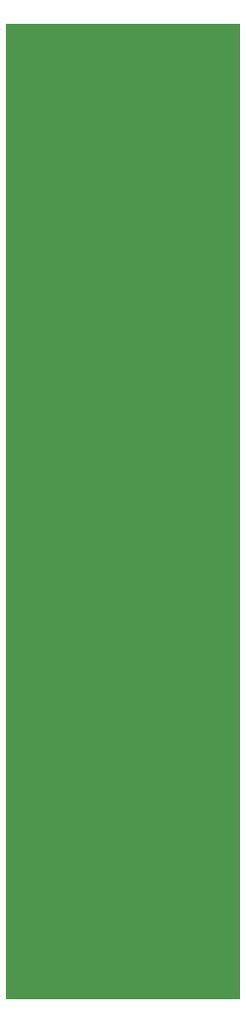
<source format=gbl>
G04 Filename: untitled.gbl*
G04 FileFunction: Copper,L2,Bot,Signal*
G04 Part: Single*
G04 ProjectId: untitled,277ABC4AA217F593C48BEF8224D4D3E5,1*
G04 GenerationSoftware: MathWorks,MATLAB,9.14.0.2337262 (R2023a) Update 5*
G04 CreationDate: 2024-08-30T09:10:74+0200*
G04 FilePolarity: Positive*
%FSLAX16Y16*%
%MOIN*%
G04 Antenna metal layer 2*
%LPD*%
G01*
G36*
X0000000Y-3273622D02*
X0787402D01*
Y0000000D01*
X0000000D01*
Y-3273622D01*
G37*
G04 MD5: aee17691602bef998557fc896d185ae24fd84ad731dc1c38edd51c6a79af03a929ccefa714688230fee69b2a686fce1ac8b9b38daf7e9642a60da7653b3*
M02*

</source>
